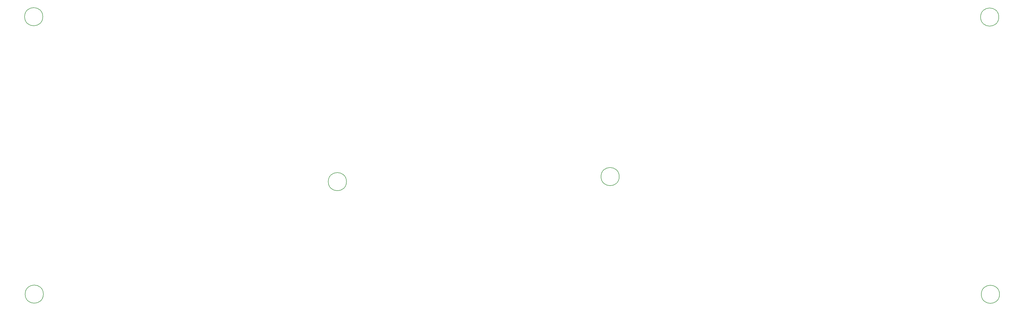
<source format=gbr>
G04 #@! TF.GenerationSoftware,KiCad,Pcbnew,(5.0.2)-1*
G04 #@! TF.CreationDate,2019-03-25T23:00:56+03:00*
G04 #@! TF.ProjectId,Mechanical Keyboard,4d656368-616e-4696-9361-6c204b657962,rev?*
G04 #@! TF.SameCoordinates,Original*
G04 #@! TF.FileFunction,Other,Comment*
%FSLAX46Y46*%
G04 Gerber Fmt 4.6, Leading zero omitted, Abs format (unit mm)*
G04 Created by KiCad (PCBNEW (5.0.2)-1) date 25.03.2019 23:00:56*
%MOMM*%
%LPD*%
G01*
G04 APERTURE LIST*
%ADD10C,0.150000*%
G04 APERTURE END LIST*
D10*
G04 #@! TO.C,REF\002A\002A*
X383184000Y-82804000D02*
G75*
G03X383184000Y-82804000I-3200000J0D01*
G01*
X383438000Y-180467000D02*
G75*
G03X383438000Y-180467000I-3200000J0D01*
G01*
X47523000Y-180403500D02*
G75*
G03X47523000Y-180403500I-3200000J0D01*
G01*
X47332500Y-82677000D02*
G75*
G03X47332500Y-82677000I-3200000J0D01*
G01*
X154012500Y-140779500D02*
G75*
G03X154012500Y-140779500I-3200000J0D01*
G01*
X249834000Y-139001500D02*
G75*
G03X249834000Y-139001500I-3200000J0D01*
G01*
G04 #@! TD*
M02*

</source>
